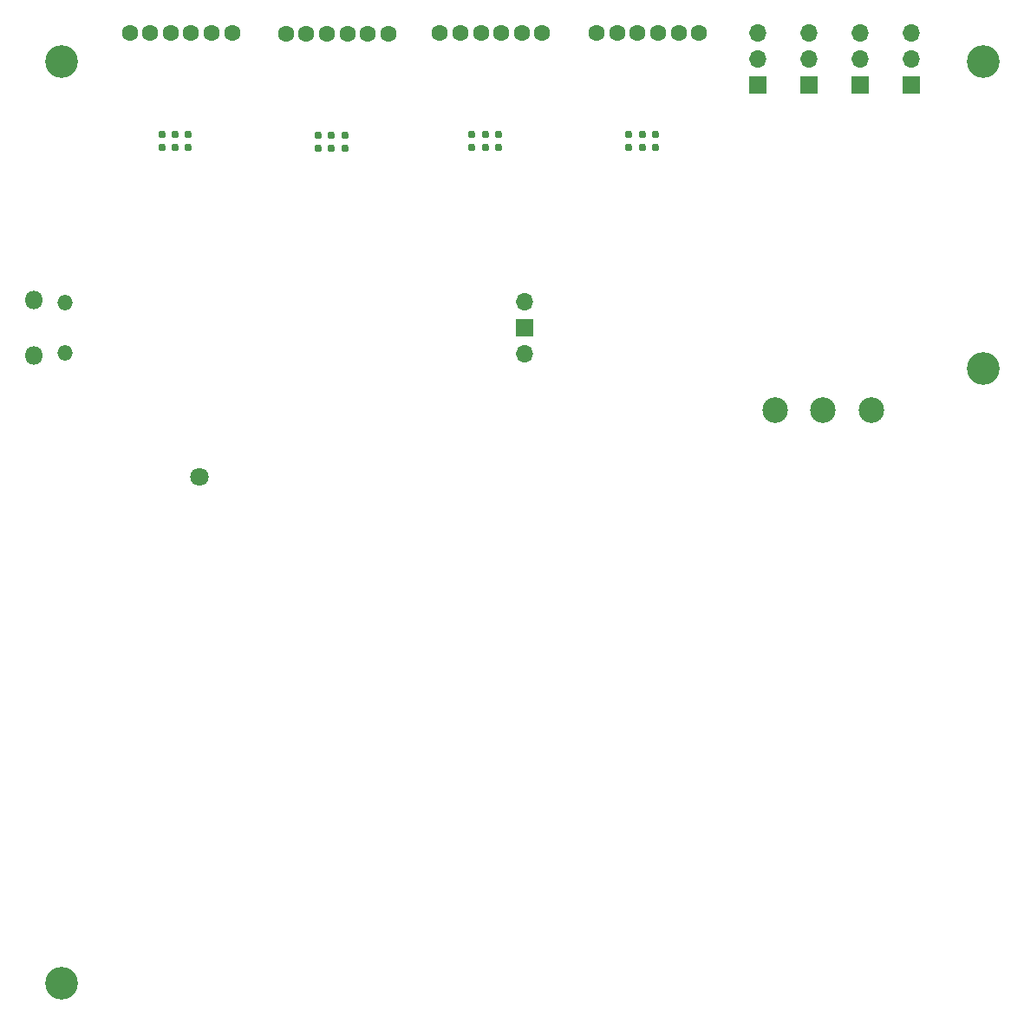
<source format=gbr>
%TF.GenerationSoftware,KiCad,Pcbnew,7.0.2-0*%
%TF.CreationDate,2024-05-31T06:07:32-07:00*%
%TF.ProjectId,version_1,76657273-696f-46e5-9f31-2e6b69636164,rev?*%
%TF.SameCoordinates,Original*%
%TF.FileFunction,Soldermask,Bot*%
%TF.FilePolarity,Negative*%
%FSLAX46Y46*%
G04 Gerber Fmt 4.6, Leading zero omitted, Abs format (unit mm)*
G04 Created by KiCad (PCBNEW 7.0.2-0) date 2024-05-31 06:07:32*
%MOMM*%
%LPD*%
G01*
G04 APERTURE LIST*
%ADD10R,1.700000X1.700000*%
%ADD11O,1.700000X1.700000*%
%ADD12C,1.600000*%
%ADD13C,0.770000*%
%ADD14C,3.200000*%
%ADD15O,1.800000X1.800000*%
%ADD16O,1.500000X1.500000*%
%ADD17C,2.500000*%
%ADD18C,1.800000*%
G04 APERTURE END LIST*
D10*
%TO.C,M8*%
X107950000Y-27305000D03*
D11*
X107950000Y-24765000D03*
X107950000Y-22225000D03*
%TD*%
D12*
%TO.C,CN3*%
X46902999Y-22296973D03*
X48902999Y-22296973D03*
X50902999Y-22296973D03*
X52902999Y-22296973D03*
X54902999Y-22296973D03*
X56902999Y-22296973D03*
%TD*%
D13*
%TO.C,U17*%
X34801000Y-33378973D03*
X36101000Y-33378973D03*
X37401000Y-33378973D03*
X34801000Y-32078973D03*
X36101000Y-32078973D03*
X37401000Y-32078973D03*
%TD*%
D12*
%TO.C,CN4*%
X31655000Y-22172973D03*
X33655000Y-22172973D03*
X35655000Y-22172973D03*
X37655000Y-22172973D03*
X39655000Y-22172973D03*
X41655000Y-22172973D03*
%TD*%
D13*
%TO.C,U16*%
X50049000Y-33502973D03*
X51349000Y-33502973D03*
X52649000Y-33502973D03*
X50049000Y-32202973D03*
X51349000Y-32202973D03*
X52649000Y-32202973D03*
%TD*%
%TO.C,U13*%
X80409000Y-33378973D03*
X81709000Y-33378973D03*
X83009000Y-33378973D03*
X80409000Y-32078973D03*
X81709000Y-32078973D03*
X83009000Y-32078973D03*
%TD*%
D14*
%TO.C,H2*%
X25000000Y-115000000D03*
%TD*%
D10*
%TO.C,M6*%
X98000000Y-27305000D03*
D11*
X98000000Y-24765000D03*
X98000000Y-22225000D03*
%TD*%
D10*
%TO.C,M5*%
X93000000Y-27305000D03*
D11*
X93000000Y-24765000D03*
X93000000Y-22225000D03*
%TD*%
D12*
%TO.C,CN2*%
X61942999Y-22188973D03*
X63942999Y-22188973D03*
X65942999Y-22188973D03*
X67942999Y-22188973D03*
X69942999Y-22188973D03*
X71942999Y-22188973D03*
%TD*%
D13*
%TO.C,U15*%
X65089000Y-33394973D03*
X66389000Y-33394973D03*
X67689000Y-33394973D03*
X65089000Y-32094973D03*
X66389000Y-32094973D03*
X67689000Y-32094973D03*
%TD*%
D15*
%TO.C,U1*%
X22275000Y-53725000D03*
D16*
X25305000Y-53425000D03*
X25305000Y-48575000D03*
D15*
X22275000Y-48275000D03*
D11*
X70175000Y-53540000D03*
D10*
X70175000Y-51000000D03*
D11*
X70175000Y-48460000D03*
%TD*%
D14*
%TO.C,H1*%
X115000000Y-25000000D03*
%TD*%
D10*
%TO.C,M7*%
X103000000Y-27305000D03*
D11*
X103000000Y-24765000D03*
X103000000Y-22225000D03*
%TD*%
D17*
%TO.C,U2*%
X104050025Y-59055000D03*
X99350000Y-59055000D03*
X94649975Y-59055000D03*
%TD*%
D18*
%TO.C,U6*%
X38499860Y-65589987D03*
%TD*%
D12*
%TO.C,CN1*%
X77262999Y-22172973D03*
X79262999Y-22172973D03*
X81262999Y-22172973D03*
X83262999Y-22172973D03*
X85262999Y-22172973D03*
X87262999Y-22172973D03*
%TD*%
D14*
%TO.C,H4*%
X25000000Y-25000000D03*
%TD*%
%TO.C,H3*%
X115000000Y-55000000D03*
%TD*%
M02*

</source>
